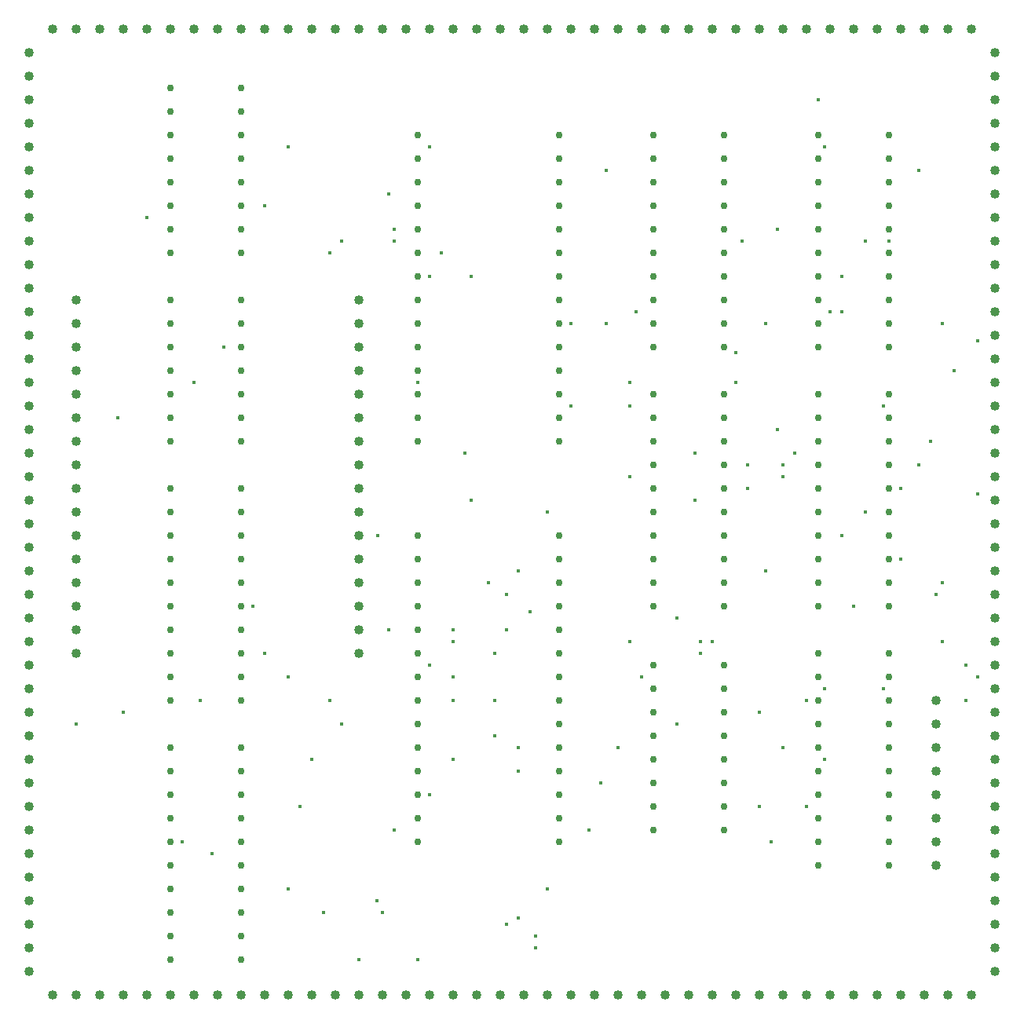
<source format=gbr>
G04 PROTEUS GERBER X2 FILE*
%TF.GenerationSoftware,Labcenter,Proteus,8.13-SP0-Build31525*%
%TF.CreationDate,2022-07-19T01:12:19+00:00*%
%TF.FileFunction,Plated,1,2,PTH*%
%TF.FilePolarity,Positive*%
%TF.Part,Single*%
%TF.SameCoordinates,{d59f61b6-e7c8-4c59-9098-5d1a923f3759}*%
%FSLAX45Y45*%
%MOMM*%
G01*
%TA.AperFunction,ViaDrill*%
%ADD31C,0.381000*%
%TA.AperFunction,ComponentDrill*%
%ADD32C,1.016000*%
%TA.AperFunction,ComponentDrill*%
%ADD33C,0.762000*%
%TD.AperFunction*%
D31*
X-1270000Y+2794000D03*
X+1333500Y+1905000D03*
X-1016000Y+1143000D03*
X+1270000Y+1143000D03*
X+1270000Y+889000D03*
X+635000Y+889000D03*
X-508000Y+381000D03*
X+1968500Y+381000D03*
X+1143000Y-2794000D03*
X-889000Y-3302000D03*
X-444500Y-127000D03*
X+1968500Y-127000D03*
X+1270000Y-1651000D03*
X+2032000Y-1651000D03*
X-889000Y-1905000D03*
X-2413000Y-4318000D03*
X+381000Y-4318000D03*
X-635000Y-2921000D03*
X-2159000Y-2921000D03*
X-190500Y-1778000D03*
X-190500Y-2286000D03*
X-762000Y+2540000D03*
X-635000Y-2286000D03*
X-63500Y-1143000D03*
X-1016000Y-5080000D03*
X-1651000Y-5080000D03*
X-2032000Y-4572000D03*
X-1397000Y-4572000D03*
X-1447801Y-508000D03*
X-1270000Y+2667000D03*
X-1841500Y+2667000D03*
X-1841500Y-2540000D03*
X-4699000Y-2540000D03*
X-1460500Y-4445000D03*
X-4191000Y-2413000D03*
X-254000Y-1016000D03*
X-444500Y+2286000D03*
X-889000Y+2286000D03*
X-635000Y-2032000D03*
X-635000Y-1651000D03*
X-3365500Y-2286000D03*
X-1968500Y+2540000D03*
X-1968500Y-2286000D03*
X-63500Y-1524000D03*
X-63500Y-4699000D03*
X-635000Y-1524000D03*
X-2667000Y+3048000D03*
X-2667000Y-1778000D03*
X-2413000Y-2032000D03*
X-2413000Y+3683000D03*
X-889000Y+3683000D03*
X+190500Y-1333500D03*
X+63500Y-4635500D03*
X+254000Y-4826000D03*
X+3429000Y+1905000D03*
X+3365500Y+3683000D03*
X+254000Y-4953000D03*
X+2667000Y-3429000D03*
X+3175000Y-3429000D03*
X-190500Y-2667000D03*
X+3175000Y-2286000D03*
X+2857500Y+635000D03*
X+3048000Y+381000D03*
X+2857500Y+2794000D03*
X+2921000Y-2794000D03*
X+2921000Y+127000D03*
X+2921000Y+254000D03*
X+2540000Y+254000D03*
X+2540000Y+0D03*
X+2476500Y+2667000D03*
X+3556000Y+1905000D03*
X+3556000Y+2286000D03*
X+3556000Y-508000D03*
X+3683000Y-1270000D03*
X+2794000Y-3810000D03*
X+2730500Y+1778000D03*
X+2730500Y-889000D03*
X+4508500Y+508000D03*
X+4381500Y+254000D03*
X+3810000Y-254000D03*
X+3810000Y+2667000D03*
X+4064000Y+2667000D03*
X+4191000Y+0D03*
X+4191000Y-762000D03*
X+4635500Y+1778000D03*
X+4635500Y-1016000D03*
X+4000500Y+889000D03*
X+825500Y-3683000D03*
X-1333500Y-1524000D03*
X-3556000Y-3810000D03*
X-1270000Y-3683000D03*
X+1270000Y+127000D03*
X-1333500Y+3175000D03*
X-4254500Y+762000D03*
X+3302000Y+4191000D03*
X-3937000Y+2921000D03*
X-2286000Y-3429000D03*
X+4889500Y-1905000D03*
X+1778000Y-2540000D03*
X+4635500Y-1651000D03*
X+2159000Y-1651000D03*
X+5016500Y+1587500D03*
X+2413000Y+1460500D03*
X+5016500Y-63500D03*
X+2667000Y-2413000D03*
X+2413000Y+1143000D03*
X+5016500Y-2032000D03*
X+1778000Y-1397000D03*
X+4762500Y+1270000D03*
X-3429000Y+1143000D03*
X-3238500Y-3937000D03*
X+952500Y-3175000D03*
X+1397000Y-2032000D03*
X+3365500Y-2921000D03*
X+3365500Y-2159000D03*
X+63500Y-889000D03*
X+63500Y-3048000D03*
X+63500Y-2794000D03*
X+1016000Y+3429000D03*
X+1016000Y+1778000D03*
X+635000Y+1778000D03*
X-3111500Y+1524000D03*
X+4572000Y-1143000D03*
X+4381500Y+3429000D03*
X+381000Y-254000D03*
X+4000500Y-2159000D03*
X+4889500Y-2286000D03*
X+2032000Y-1778000D03*
X-2794000Y-1270000D03*
D32*
X-2921000Y+4953000D03*
X-2667000Y+4953000D03*
X-2413000Y+4953000D03*
X-2159000Y+4953000D03*
X-1905000Y+4953000D03*
X-1651000Y+4953000D03*
X-1397000Y+4953000D03*
X-1143000Y+4953000D03*
X-889000Y+4953000D03*
X-635000Y+4953000D03*
X-381000Y+4953000D03*
X-127000Y+4953000D03*
X+127000Y+4953000D03*
X+381000Y+4953000D03*
X+635000Y+4953000D03*
X+889000Y+4953000D03*
X+1143000Y+4953000D03*
X+1397000Y+4953000D03*
X+1651000Y+4953000D03*
X+1905000Y+4953000D03*
X+2159000Y+4953000D03*
X+2413000Y+4953000D03*
X+2667000Y+4953000D03*
X+2921000Y+4953000D03*
X+3175000Y+4953000D03*
X+3429000Y+4953000D03*
X+3683000Y+4953000D03*
X+3937000Y+4953000D03*
X+4191000Y+4953000D03*
X+4445000Y+4953000D03*
X+4699000Y+4953000D03*
X+4953000Y+4953000D03*
X-4953000Y+4953000D03*
X-4699000Y+4953000D03*
X-4445000Y+4953000D03*
X-4191000Y+4953000D03*
X-3937000Y+4953000D03*
X-3683000Y+4953000D03*
X-3429000Y+4953000D03*
X-3175000Y+4953000D03*
X-4953000Y-5461000D03*
X-4699000Y-5461000D03*
X-4445000Y-5461000D03*
X-4191000Y-5461000D03*
X-3937000Y-5461000D03*
X-3683000Y-5461000D03*
X-3429000Y-5461000D03*
X-3175000Y-5461000D03*
X-2921000Y-5461000D03*
X-2667000Y-5461000D03*
X-2413000Y-5461000D03*
X-2159000Y-5461000D03*
X-1905000Y-5461000D03*
X-1651000Y-5461000D03*
X-1397000Y-5461000D03*
X-1143000Y-5461000D03*
X-889000Y-5461000D03*
X-635000Y-5461000D03*
X-381000Y-5461000D03*
X-127000Y-5461000D03*
X+127000Y-5461000D03*
X+381000Y-5461000D03*
X+635000Y-5461000D03*
X+889000Y-5461000D03*
X+1143000Y-5461000D03*
X+1397000Y-5461000D03*
X+1651000Y-5461000D03*
X+1905000Y-5461000D03*
X+2159000Y-5461000D03*
X+2413000Y-5461000D03*
X+2667000Y-5461000D03*
X+2921000Y-5461000D03*
X+3175000Y-5461000D03*
X+3429000Y-5461000D03*
X+3683000Y-5461000D03*
X+3937000Y-5461000D03*
X+4191000Y-5461000D03*
X+4445000Y-5461000D03*
X+4699000Y-5461000D03*
X+4953000Y-5461000D03*
X-5207000Y+4699000D03*
X-5207000Y+4445000D03*
X-5207000Y+4191000D03*
X-5207000Y+3937000D03*
X-5207000Y+3683000D03*
X-5207000Y+3429000D03*
X-5207000Y+3175000D03*
X-5207000Y+2921000D03*
X-5207000Y+2667000D03*
X-5207000Y+2413000D03*
X-5207000Y+2159000D03*
X-5207000Y+1905000D03*
X-5207000Y+1651000D03*
X-5207000Y+1397000D03*
X-5207000Y+1143000D03*
X-5207000Y+889000D03*
X-5207000Y+635000D03*
X-5207000Y+381000D03*
X-5207000Y+127000D03*
X-5207000Y-127000D03*
X-5207000Y-381000D03*
X-5207000Y-635000D03*
X-5207000Y-889000D03*
X-5207000Y-1143000D03*
X-5207000Y-1397000D03*
X-5207000Y-1651000D03*
X-5207000Y-1905000D03*
X-5207000Y-2159000D03*
X-5207000Y-2413000D03*
X-5207000Y-2667000D03*
X-5207000Y-2921000D03*
X-5207000Y-3175000D03*
X-5207000Y-3429000D03*
X-5207000Y-3683000D03*
X-5207000Y-3937000D03*
X-5207000Y-4191000D03*
X-5207000Y-4445000D03*
X-5207000Y-4699000D03*
X-5207000Y-4953000D03*
X-5207000Y-5207000D03*
X+5207000Y+4699000D03*
X+5207000Y+4445000D03*
X+5207000Y+4191000D03*
X+5207000Y+3937000D03*
X+5207000Y+3683000D03*
X+5207000Y+3429000D03*
X+5207000Y+3175000D03*
X+5207000Y+2921000D03*
X+5207000Y+2667000D03*
X+5207000Y+2413000D03*
X+5207000Y+2159000D03*
X+5207000Y+1905000D03*
X+5207000Y+1651000D03*
X+5207000Y+1397000D03*
X+5207000Y+1143000D03*
X+5207000Y+889000D03*
X+5207000Y+635000D03*
X+5207000Y+381000D03*
X+5207000Y+127000D03*
X+5207000Y-127000D03*
X+5207000Y-381000D03*
X+5207000Y-635000D03*
X+5207000Y-889000D03*
X+5207000Y-1143000D03*
X+5207000Y-1397000D03*
X+5207000Y-1651000D03*
X+5207000Y-1905000D03*
X+5207000Y-2159000D03*
X+5207000Y-2413000D03*
X+5207000Y-2667000D03*
X+5207000Y-2921000D03*
X+5207000Y-3175000D03*
X+5207000Y-3429000D03*
X+5207000Y-3683000D03*
X+5207000Y-3937000D03*
X+5207000Y-4191000D03*
X+5207000Y-4445000D03*
X+5207000Y-4699000D03*
X+5207000Y-4953000D03*
X+5207000Y-5207000D03*
X-1651000Y-1778000D03*
X-1651000Y-1524000D03*
X-1651000Y-1270000D03*
X-1651000Y-1016000D03*
X-1651000Y-762000D03*
X-1651000Y-508000D03*
X-1651000Y-254000D03*
X-1651000Y+0D03*
X-4699000Y-1778000D03*
X-4699000Y-1524000D03*
X-4699000Y-1270000D03*
X-4699000Y-1016000D03*
X-4699000Y-762000D03*
X-4699000Y-508000D03*
X-4699000Y-254000D03*
X-4699000Y+0D03*
X-4699000Y+254000D03*
X-4699000Y+508000D03*
X-4699000Y+762000D03*
X-4699000Y+1016000D03*
X-4699000Y+1270000D03*
X-4699000Y+1524000D03*
X-4699000Y+1778000D03*
X-4699000Y+2032000D03*
X-1651000Y+254000D03*
X-1651000Y+508000D03*
X-1651000Y+762000D03*
X-1651000Y+1016000D03*
X-1651000Y+1270000D03*
X-1651000Y+1524000D03*
X-1651000Y+1778000D03*
X-1651000Y+2032000D03*
D33*
X-3683000Y+4318000D03*
X-3683000Y+4064000D03*
X-3683000Y+3810000D03*
X-3683000Y+3556000D03*
X-3683000Y+3302000D03*
X-3683000Y+3048000D03*
X-3683000Y+2794000D03*
X-3683000Y+2540000D03*
X-2921000Y+2540000D03*
X-2921000Y+2794000D03*
X-2921000Y+3048000D03*
X-2921000Y+3302000D03*
X-2921000Y+3556000D03*
X-2921000Y+3810000D03*
X-2921000Y+4064000D03*
X-2921000Y+4318000D03*
X-3683000Y+2032000D03*
X-3683000Y+1778000D03*
X-3683000Y+1524000D03*
X-3683000Y+1270000D03*
X-3683000Y+1016000D03*
X-3683000Y+762000D03*
X-3683000Y+508000D03*
X-2921000Y+508000D03*
X-2921000Y+762000D03*
X-2921000Y+1016000D03*
X-2921000Y+1270000D03*
X-2921000Y+1524000D03*
X-2921000Y+1778000D03*
X-2921000Y+2032000D03*
X-3683000Y+0D03*
X-3683000Y-254000D03*
X-3683000Y-508000D03*
X-3683000Y-762000D03*
X-3683000Y-1016000D03*
X-3683000Y-1270000D03*
X-3683000Y-1524000D03*
X-3683000Y-1778000D03*
X-3683000Y-2032000D03*
X-3683000Y-2286000D03*
X-2921000Y-2286000D03*
X-2921000Y-2032000D03*
X-2921000Y-1778000D03*
X-2921000Y-1524000D03*
X-2921000Y-1270000D03*
X-2921000Y-1016000D03*
X-2921000Y-762000D03*
X-2921000Y-508000D03*
X-2921000Y-254000D03*
X-2921000Y+0D03*
X-3683000Y-2794000D03*
X-3683000Y-3048000D03*
X-3683000Y-3302000D03*
X-3683000Y-3556000D03*
X-3683000Y-3810000D03*
X-3683000Y-4064000D03*
X-3683000Y-4318000D03*
X-3683000Y-4572000D03*
X-3683000Y-4826000D03*
X-3683000Y-5080000D03*
X-2921000Y-5080000D03*
X-2921000Y-4826000D03*
X-2921000Y-4572000D03*
X-2921000Y-4318000D03*
X-2921000Y-4064000D03*
X-2921000Y-3810000D03*
X-2921000Y-3556000D03*
X-2921000Y-3302000D03*
X-2921000Y-3048000D03*
X-2921000Y-2794000D03*
X-1016000Y+3810000D03*
X-1016000Y+3556000D03*
X-1016000Y+3302000D03*
X-1016000Y+3048000D03*
X-1016000Y+2794000D03*
X-1016000Y+2540000D03*
X-1016000Y+2286000D03*
X-1016000Y+2032000D03*
X-1016000Y+1778000D03*
X-1016000Y+1524000D03*
X-1016000Y+1270000D03*
X-1016000Y+1016000D03*
X-1016000Y+762000D03*
X-1016000Y+508000D03*
X+508000Y+508000D03*
X+508000Y+762000D03*
X+508000Y+1016000D03*
X+508000Y+1270000D03*
X+508000Y+1524000D03*
X+508000Y+1778000D03*
X+508000Y+2032000D03*
X+508000Y+2286000D03*
X+508000Y+2540000D03*
X+508000Y+2794000D03*
X+508000Y+3048000D03*
X+508000Y+3302000D03*
X+508000Y+3556000D03*
X+508000Y+3810000D03*
X-1016000Y-508000D03*
X-1016000Y-762000D03*
X-1016000Y-1016000D03*
X-1016000Y-1270000D03*
X-1016000Y-1524000D03*
X-1016000Y-1778000D03*
X-1016000Y-2032000D03*
X-1016000Y-2286000D03*
X-1016000Y-2540000D03*
X-1016000Y-2794000D03*
X-1016000Y-3048000D03*
X-1016000Y-3302000D03*
X-1016000Y-3556000D03*
X-1016000Y-3810000D03*
X+508000Y-3810000D03*
X+508000Y-3556000D03*
X+508000Y-3302000D03*
X+508000Y-3048000D03*
X+508000Y-2794000D03*
X+508000Y-2540000D03*
X+508000Y-2286000D03*
X+508000Y-2032000D03*
X+508000Y-1778000D03*
X+508000Y-1524000D03*
X+508000Y-1270000D03*
X+508000Y-1016000D03*
X+508000Y-762000D03*
X+508000Y-508000D03*
X+1524000Y+3810000D03*
X+1524000Y+3556000D03*
X+1524000Y+3302000D03*
X+1524000Y+3048000D03*
X+1524000Y+2794000D03*
X+1524000Y+2540000D03*
X+1524000Y+2286000D03*
X+1524000Y+2032000D03*
X+1524000Y+1778000D03*
X+1524000Y+1524000D03*
X+2286000Y+1524000D03*
X+2286000Y+1778000D03*
X+2286000Y+2032000D03*
X+2286000Y+2286000D03*
X+2286000Y+2540000D03*
X+2286000Y+2794000D03*
X+2286000Y+3048000D03*
X+2286000Y+3302000D03*
X+2286000Y+3556000D03*
X+2286000Y+3810000D03*
X+1524000Y+1016000D03*
X+1524000Y+762000D03*
X+1524000Y+508000D03*
X+1524000Y+254000D03*
X+1524000Y+0D03*
X+1524000Y-254000D03*
X+1524000Y-508000D03*
X+1524000Y-762000D03*
X+1524000Y-1016000D03*
X+1524000Y-1270000D03*
X+2286000Y-1270000D03*
X+2286000Y-1016000D03*
X+2286000Y-762000D03*
X+2286000Y-508000D03*
X+2286000Y-254000D03*
X+2286000Y+0D03*
X+2286000Y+254000D03*
X+2286000Y+508000D03*
X+2286000Y+762000D03*
X+2286000Y+1016000D03*
X+1524000Y-1905000D03*
X+1524000Y-2159000D03*
X+1524000Y-2413000D03*
X+1524000Y-2667000D03*
X+1524000Y-2921000D03*
X+1524000Y-3175000D03*
X+1524000Y-3429000D03*
X+1524000Y-3683000D03*
X+2286000Y-3683000D03*
X+2286000Y-3429000D03*
X+2286000Y-3175000D03*
X+2286000Y-2921000D03*
X+2286000Y-2667000D03*
X+2286000Y-2413000D03*
X+2286000Y-2159000D03*
X+2286000Y-1905000D03*
X+3302000Y+3810000D03*
X+3302000Y+3556000D03*
X+3302000Y+3302000D03*
X+3302000Y+3048000D03*
X+3302000Y+2794000D03*
X+3302000Y+2540000D03*
X+3302000Y+2286000D03*
X+3302000Y+2032000D03*
X+3302000Y+1778000D03*
X+3302000Y+1524000D03*
X+4064000Y+1524000D03*
X+4064000Y+1778000D03*
X+4064000Y+2032000D03*
X+4064000Y+2286000D03*
X+4064000Y+2540000D03*
X+4064000Y+2794000D03*
X+4064000Y+3048000D03*
X+4064000Y+3302000D03*
X+4064000Y+3556000D03*
X+4064000Y+3810000D03*
X+3302000Y+1016000D03*
X+3302000Y+762000D03*
X+3302000Y+508000D03*
X+3302000Y+254000D03*
X+3302000Y+0D03*
X+3302000Y-254000D03*
X+3302000Y-508000D03*
X+3302000Y-762000D03*
X+3302000Y-1016000D03*
X+3302000Y-1270000D03*
X+4064000Y-1270000D03*
X+4064000Y-1016000D03*
X+4064000Y-762000D03*
X+4064000Y-508000D03*
X+4064000Y-254000D03*
X+4064000Y+0D03*
X+4064000Y+254000D03*
X+4064000Y+508000D03*
X+4064000Y+762000D03*
X+4064000Y+1016000D03*
X+3302000Y-1778000D03*
X+3302000Y-2032000D03*
X+3302000Y-2286000D03*
X+3302000Y-2540000D03*
X+3302000Y-2794000D03*
X+3302000Y-3048000D03*
X+3302000Y-3302000D03*
X+3302000Y-3556000D03*
X+3302000Y-3810000D03*
X+3302000Y-4064000D03*
X+4064000Y-4064000D03*
X+4064000Y-3810000D03*
X+4064000Y-3556000D03*
X+4064000Y-3302000D03*
X+4064000Y-3048000D03*
X+4064000Y-2794000D03*
X+4064000Y-2540000D03*
X+4064000Y-2286000D03*
X+4064000Y-2032000D03*
X+4064000Y-1778000D03*
D32*
X+4572000Y-2286000D03*
X+4572000Y-2540000D03*
X+4572000Y-2794000D03*
X+4572000Y-3048000D03*
X+4572000Y-3302000D03*
X+4572000Y-3556000D03*
X+4572000Y-3810000D03*
X+4572000Y-4064000D03*
M02*

</source>
